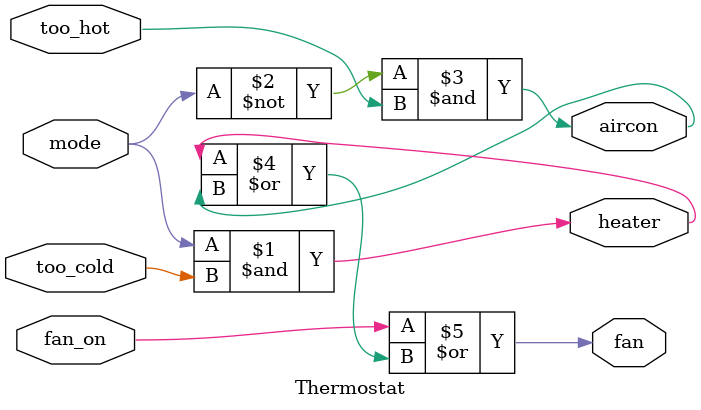
<source format=v>


module Thermostat
(
  input too_cold,
  input too_hot,
  input mode,
  input fan_on,
  output heater,
  output aircon,
  output fan
);

  assign heater = mode & too_cold;
  assign aircon = ~mode & too_hot;
  assign fan = fan_on | (heater | aircon);

endmodule


</source>
